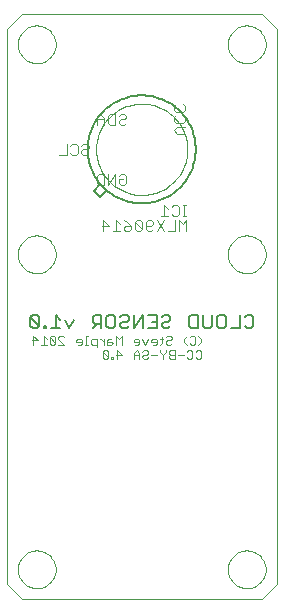
<source format=gbo>
G75*
G70*
%OFA0B0*%
%FSLAX24Y24*%
%IPPOS*%
%LPD*%
%AMOC8*
5,1,8,0,0,1.08239X$1,22.5*
%
%ADD10C,0.0000*%
%ADD11C,0.0030*%
%ADD12C,0.0060*%
%ADD13C,0.0040*%
%ADD14C,0.0020*%
D10*
X001675Y001175D02*
X001175Y001675D01*
X001175Y020175D01*
X001675Y020675D01*
X009675Y020675D01*
X010175Y020175D01*
X010175Y001675D01*
X009675Y001175D01*
X001675Y001175D01*
X001545Y002175D02*
X001547Y002225D01*
X001553Y002275D01*
X001563Y002324D01*
X001577Y002372D01*
X001594Y002419D01*
X001615Y002464D01*
X001640Y002508D01*
X001668Y002549D01*
X001700Y002588D01*
X001734Y002625D01*
X001771Y002659D01*
X001811Y002689D01*
X001853Y002716D01*
X001897Y002740D01*
X001943Y002761D01*
X001990Y002777D01*
X002038Y002790D01*
X002088Y002799D01*
X002137Y002804D01*
X002188Y002805D01*
X002238Y002802D01*
X002287Y002795D01*
X002336Y002784D01*
X002384Y002769D01*
X002430Y002751D01*
X002475Y002729D01*
X002518Y002703D01*
X002559Y002674D01*
X002598Y002642D01*
X002634Y002607D01*
X002666Y002569D01*
X002696Y002529D01*
X002723Y002486D01*
X002746Y002442D01*
X002765Y002396D01*
X002781Y002348D01*
X002793Y002299D01*
X002801Y002250D01*
X002805Y002200D01*
X002805Y002150D01*
X002801Y002100D01*
X002793Y002051D01*
X002781Y002002D01*
X002765Y001954D01*
X002746Y001908D01*
X002723Y001864D01*
X002696Y001821D01*
X002666Y001781D01*
X002634Y001743D01*
X002598Y001708D01*
X002559Y001676D01*
X002518Y001647D01*
X002475Y001621D01*
X002430Y001599D01*
X002384Y001581D01*
X002336Y001566D01*
X002287Y001555D01*
X002238Y001548D01*
X002188Y001545D01*
X002137Y001546D01*
X002088Y001551D01*
X002038Y001560D01*
X001990Y001573D01*
X001943Y001589D01*
X001897Y001610D01*
X001853Y001634D01*
X001811Y001661D01*
X001771Y001691D01*
X001734Y001725D01*
X001700Y001762D01*
X001668Y001801D01*
X001640Y001842D01*
X001615Y001886D01*
X001594Y001931D01*
X001577Y001978D01*
X001563Y002026D01*
X001553Y002075D01*
X001547Y002125D01*
X001545Y002175D01*
X001545Y012675D02*
X001547Y012725D01*
X001553Y012775D01*
X001563Y012824D01*
X001577Y012872D01*
X001594Y012919D01*
X001615Y012964D01*
X001640Y013008D01*
X001668Y013049D01*
X001700Y013088D01*
X001734Y013125D01*
X001771Y013159D01*
X001811Y013189D01*
X001853Y013216D01*
X001897Y013240D01*
X001943Y013261D01*
X001990Y013277D01*
X002038Y013290D01*
X002088Y013299D01*
X002137Y013304D01*
X002188Y013305D01*
X002238Y013302D01*
X002287Y013295D01*
X002336Y013284D01*
X002384Y013269D01*
X002430Y013251D01*
X002475Y013229D01*
X002518Y013203D01*
X002559Y013174D01*
X002598Y013142D01*
X002634Y013107D01*
X002666Y013069D01*
X002696Y013029D01*
X002723Y012986D01*
X002746Y012942D01*
X002765Y012896D01*
X002781Y012848D01*
X002793Y012799D01*
X002801Y012750D01*
X002805Y012700D01*
X002805Y012650D01*
X002801Y012600D01*
X002793Y012551D01*
X002781Y012502D01*
X002765Y012454D01*
X002746Y012408D01*
X002723Y012364D01*
X002696Y012321D01*
X002666Y012281D01*
X002634Y012243D01*
X002598Y012208D01*
X002559Y012176D01*
X002518Y012147D01*
X002475Y012121D01*
X002430Y012099D01*
X002384Y012081D01*
X002336Y012066D01*
X002287Y012055D01*
X002238Y012048D01*
X002188Y012045D01*
X002137Y012046D01*
X002088Y012051D01*
X002038Y012060D01*
X001990Y012073D01*
X001943Y012089D01*
X001897Y012110D01*
X001853Y012134D01*
X001811Y012161D01*
X001771Y012191D01*
X001734Y012225D01*
X001700Y012262D01*
X001668Y012301D01*
X001640Y012342D01*
X001615Y012386D01*
X001594Y012431D01*
X001577Y012478D01*
X001563Y012526D01*
X001553Y012575D01*
X001547Y012625D01*
X001545Y012675D01*
X001545Y019675D02*
X001547Y019725D01*
X001553Y019775D01*
X001563Y019824D01*
X001577Y019872D01*
X001594Y019919D01*
X001615Y019964D01*
X001640Y020008D01*
X001668Y020049D01*
X001700Y020088D01*
X001734Y020125D01*
X001771Y020159D01*
X001811Y020189D01*
X001853Y020216D01*
X001897Y020240D01*
X001943Y020261D01*
X001990Y020277D01*
X002038Y020290D01*
X002088Y020299D01*
X002137Y020304D01*
X002188Y020305D01*
X002238Y020302D01*
X002287Y020295D01*
X002336Y020284D01*
X002384Y020269D01*
X002430Y020251D01*
X002475Y020229D01*
X002518Y020203D01*
X002559Y020174D01*
X002598Y020142D01*
X002634Y020107D01*
X002666Y020069D01*
X002696Y020029D01*
X002723Y019986D01*
X002746Y019942D01*
X002765Y019896D01*
X002781Y019848D01*
X002793Y019799D01*
X002801Y019750D01*
X002805Y019700D01*
X002805Y019650D01*
X002801Y019600D01*
X002793Y019551D01*
X002781Y019502D01*
X002765Y019454D01*
X002746Y019408D01*
X002723Y019364D01*
X002696Y019321D01*
X002666Y019281D01*
X002634Y019243D01*
X002598Y019208D01*
X002559Y019176D01*
X002518Y019147D01*
X002475Y019121D01*
X002430Y019099D01*
X002384Y019081D01*
X002336Y019066D01*
X002287Y019055D01*
X002238Y019048D01*
X002188Y019045D01*
X002137Y019046D01*
X002088Y019051D01*
X002038Y019060D01*
X001990Y019073D01*
X001943Y019089D01*
X001897Y019110D01*
X001853Y019134D01*
X001811Y019161D01*
X001771Y019191D01*
X001734Y019225D01*
X001700Y019262D01*
X001668Y019301D01*
X001640Y019342D01*
X001615Y019386D01*
X001594Y019431D01*
X001577Y019478D01*
X001563Y019526D01*
X001553Y019575D01*
X001547Y019625D01*
X001545Y019675D01*
X008545Y019675D02*
X008547Y019725D01*
X008553Y019775D01*
X008563Y019824D01*
X008577Y019872D01*
X008594Y019919D01*
X008615Y019964D01*
X008640Y020008D01*
X008668Y020049D01*
X008700Y020088D01*
X008734Y020125D01*
X008771Y020159D01*
X008811Y020189D01*
X008853Y020216D01*
X008897Y020240D01*
X008943Y020261D01*
X008990Y020277D01*
X009038Y020290D01*
X009088Y020299D01*
X009137Y020304D01*
X009188Y020305D01*
X009238Y020302D01*
X009287Y020295D01*
X009336Y020284D01*
X009384Y020269D01*
X009430Y020251D01*
X009475Y020229D01*
X009518Y020203D01*
X009559Y020174D01*
X009598Y020142D01*
X009634Y020107D01*
X009666Y020069D01*
X009696Y020029D01*
X009723Y019986D01*
X009746Y019942D01*
X009765Y019896D01*
X009781Y019848D01*
X009793Y019799D01*
X009801Y019750D01*
X009805Y019700D01*
X009805Y019650D01*
X009801Y019600D01*
X009793Y019551D01*
X009781Y019502D01*
X009765Y019454D01*
X009746Y019408D01*
X009723Y019364D01*
X009696Y019321D01*
X009666Y019281D01*
X009634Y019243D01*
X009598Y019208D01*
X009559Y019176D01*
X009518Y019147D01*
X009475Y019121D01*
X009430Y019099D01*
X009384Y019081D01*
X009336Y019066D01*
X009287Y019055D01*
X009238Y019048D01*
X009188Y019045D01*
X009137Y019046D01*
X009088Y019051D01*
X009038Y019060D01*
X008990Y019073D01*
X008943Y019089D01*
X008897Y019110D01*
X008853Y019134D01*
X008811Y019161D01*
X008771Y019191D01*
X008734Y019225D01*
X008700Y019262D01*
X008668Y019301D01*
X008640Y019342D01*
X008615Y019386D01*
X008594Y019431D01*
X008577Y019478D01*
X008563Y019526D01*
X008553Y019575D01*
X008547Y019625D01*
X008545Y019675D01*
X008545Y012675D02*
X008547Y012725D01*
X008553Y012775D01*
X008563Y012824D01*
X008577Y012872D01*
X008594Y012919D01*
X008615Y012964D01*
X008640Y013008D01*
X008668Y013049D01*
X008700Y013088D01*
X008734Y013125D01*
X008771Y013159D01*
X008811Y013189D01*
X008853Y013216D01*
X008897Y013240D01*
X008943Y013261D01*
X008990Y013277D01*
X009038Y013290D01*
X009088Y013299D01*
X009137Y013304D01*
X009188Y013305D01*
X009238Y013302D01*
X009287Y013295D01*
X009336Y013284D01*
X009384Y013269D01*
X009430Y013251D01*
X009475Y013229D01*
X009518Y013203D01*
X009559Y013174D01*
X009598Y013142D01*
X009634Y013107D01*
X009666Y013069D01*
X009696Y013029D01*
X009723Y012986D01*
X009746Y012942D01*
X009765Y012896D01*
X009781Y012848D01*
X009793Y012799D01*
X009801Y012750D01*
X009805Y012700D01*
X009805Y012650D01*
X009801Y012600D01*
X009793Y012551D01*
X009781Y012502D01*
X009765Y012454D01*
X009746Y012408D01*
X009723Y012364D01*
X009696Y012321D01*
X009666Y012281D01*
X009634Y012243D01*
X009598Y012208D01*
X009559Y012176D01*
X009518Y012147D01*
X009475Y012121D01*
X009430Y012099D01*
X009384Y012081D01*
X009336Y012066D01*
X009287Y012055D01*
X009238Y012048D01*
X009188Y012045D01*
X009137Y012046D01*
X009088Y012051D01*
X009038Y012060D01*
X008990Y012073D01*
X008943Y012089D01*
X008897Y012110D01*
X008853Y012134D01*
X008811Y012161D01*
X008771Y012191D01*
X008734Y012225D01*
X008700Y012262D01*
X008668Y012301D01*
X008640Y012342D01*
X008615Y012386D01*
X008594Y012431D01*
X008577Y012478D01*
X008563Y012526D01*
X008553Y012575D01*
X008547Y012625D01*
X008545Y012675D01*
X008545Y002175D02*
X008547Y002225D01*
X008553Y002275D01*
X008563Y002324D01*
X008577Y002372D01*
X008594Y002419D01*
X008615Y002464D01*
X008640Y002508D01*
X008668Y002549D01*
X008700Y002588D01*
X008734Y002625D01*
X008771Y002659D01*
X008811Y002689D01*
X008853Y002716D01*
X008897Y002740D01*
X008943Y002761D01*
X008990Y002777D01*
X009038Y002790D01*
X009088Y002799D01*
X009137Y002804D01*
X009188Y002805D01*
X009238Y002802D01*
X009287Y002795D01*
X009336Y002784D01*
X009384Y002769D01*
X009430Y002751D01*
X009475Y002729D01*
X009518Y002703D01*
X009559Y002674D01*
X009598Y002642D01*
X009634Y002607D01*
X009666Y002569D01*
X009696Y002529D01*
X009723Y002486D01*
X009746Y002442D01*
X009765Y002396D01*
X009781Y002348D01*
X009793Y002299D01*
X009801Y002250D01*
X009805Y002200D01*
X009805Y002150D01*
X009801Y002100D01*
X009793Y002051D01*
X009781Y002002D01*
X009765Y001954D01*
X009746Y001908D01*
X009723Y001864D01*
X009696Y001821D01*
X009666Y001781D01*
X009634Y001743D01*
X009598Y001708D01*
X009559Y001676D01*
X009518Y001647D01*
X009475Y001621D01*
X009430Y001599D01*
X009384Y001581D01*
X009336Y001566D01*
X009287Y001555D01*
X009238Y001548D01*
X009188Y001545D01*
X009137Y001546D01*
X009088Y001551D01*
X009038Y001560D01*
X008990Y001573D01*
X008943Y001589D01*
X008897Y001610D01*
X008853Y001634D01*
X008811Y001661D01*
X008771Y001691D01*
X008734Y001725D01*
X008700Y001762D01*
X008668Y001801D01*
X008640Y001842D01*
X008615Y001886D01*
X008594Y001931D01*
X008577Y001978D01*
X008563Y002026D01*
X008553Y002075D01*
X008547Y002125D01*
X008545Y002175D01*
D11*
X007612Y009190D02*
X007515Y009190D01*
X007467Y009238D01*
X007365Y009238D02*
X007365Y009432D01*
X007317Y009480D01*
X007220Y009480D01*
X007172Y009432D01*
X007071Y009335D02*
X006877Y009335D01*
X006776Y009335D02*
X006631Y009335D01*
X006583Y009287D01*
X006583Y009238D01*
X006631Y009190D01*
X006776Y009190D01*
X006776Y009480D01*
X006631Y009480D01*
X006583Y009432D01*
X006583Y009383D01*
X006631Y009335D01*
X006481Y009432D02*
X006385Y009335D01*
X006385Y009190D01*
X006385Y009335D02*
X006288Y009432D01*
X006288Y009480D01*
X006187Y009335D02*
X005993Y009335D01*
X005892Y009383D02*
X005892Y009432D01*
X005844Y009480D01*
X005747Y009480D01*
X005699Y009432D01*
X005747Y009335D02*
X005699Y009287D01*
X005699Y009238D01*
X005747Y009190D01*
X005844Y009190D01*
X005892Y009238D01*
X005844Y009335D02*
X005747Y009335D01*
X005844Y009335D02*
X005892Y009383D01*
X005597Y009383D02*
X005501Y009480D01*
X005404Y009383D01*
X005404Y009190D01*
X005404Y009335D02*
X005597Y009335D01*
X005597Y009383D02*
X005597Y009190D01*
X005549Y009670D02*
X005597Y009718D01*
X005597Y009815D01*
X005549Y009863D01*
X005452Y009863D01*
X005404Y009815D01*
X005404Y009767D01*
X005597Y009767D01*
X005549Y009670D02*
X005452Y009670D01*
X005699Y009863D02*
X005795Y009670D01*
X005892Y009863D01*
X005993Y009815D02*
X005993Y009767D01*
X006187Y009767D01*
X006187Y009815D02*
X006138Y009863D01*
X006042Y009863D01*
X005993Y009815D01*
X006042Y009670D02*
X006138Y009670D01*
X006187Y009718D01*
X006187Y009815D01*
X006286Y009863D02*
X006383Y009863D01*
X006335Y009912D02*
X006335Y009718D01*
X006286Y009670D01*
X006484Y009718D02*
X006533Y009670D01*
X006629Y009670D01*
X006678Y009718D01*
X006629Y009815D02*
X006533Y009815D01*
X006484Y009767D01*
X006484Y009718D01*
X006629Y009815D02*
X006678Y009863D01*
X006678Y009912D01*
X006629Y009960D01*
X006533Y009960D01*
X006484Y009912D01*
X006481Y009480D02*
X006481Y009432D01*
X007072Y009767D02*
X007072Y009863D01*
X007169Y009960D01*
X007270Y009912D02*
X007318Y009960D01*
X007415Y009960D01*
X007464Y009912D01*
X007464Y009718D01*
X007415Y009670D01*
X007318Y009670D01*
X007270Y009718D01*
X007169Y009670D02*
X007072Y009767D01*
X007172Y009238D02*
X007220Y009190D01*
X007317Y009190D01*
X007365Y009238D01*
X007467Y009432D02*
X007515Y009480D01*
X007612Y009480D01*
X007660Y009432D01*
X007660Y009238D01*
X007612Y009190D01*
X007563Y009670D02*
X007660Y009767D01*
X007660Y009863D01*
X007563Y009960D01*
X005008Y009960D02*
X005008Y009670D01*
X004911Y009863D02*
X004815Y009960D01*
X004815Y009670D01*
X004713Y009718D02*
X004665Y009767D01*
X004520Y009767D01*
X004520Y009815D02*
X004520Y009670D01*
X004665Y009670D01*
X004713Y009718D01*
X004665Y009863D02*
X004568Y009863D01*
X004520Y009815D01*
X004419Y009767D02*
X004322Y009863D01*
X004274Y009863D01*
X004173Y009863D02*
X004028Y009863D01*
X003980Y009815D01*
X003980Y009718D01*
X004028Y009670D01*
X004173Y009670D01*
X004173Y009573D02*
X004173Y009863D01*
X004419Y009863D02*
X004419Y009670D01*
X004421Y009480D02*
X004373Y009432D01*
X004566Y009238D01*
X004518Y009190D01*
X004421Y009190D01*
X004373Y009238D01*
X004373Y009432D01*
X004421Y009480D02*
X004518Y009480D01*
X004566Y009432D01*
X004566Y009238D01*
X004665Y009238D02*
X004665Y009190D01*
X004713Y009190D01*
X004713Y009238D01*
X004665Y009238D01*
X004815Y009335D02*
X005008Y009335D01*
X004863Y009480D01*
X004863Y009190D01*
X004911Y009863D02*
X005008Y009960D01*
X003879Y009960D02*
X003830Y009960D01*
X003830Y009670D01*
X003782Y009670D02*
X003879Y009670D01*
X003682Y009718D02*
X003682Y009815D01*
X003634Y009863D01*
X003537Y009863D01*
X003489Y009815D01*
X003489Y009767D01*
X003682Y009767D01*
X003682Y009718D02*
X003634Y009670D01*
X003537Y009670D01*
X003093Y009670D02*
X002899Y009863D01*
X002899Y009912D01*
X002948Y009960D01*
X003045Y009960D01*
X003093Y009912D01*
X003093Y009670D02*
X002899Y009670D01*
X002798Y009718D02*
X002798Y009912D01*
X002750Y009960D01*
X002653Y009960D01*
X002605Y009912D01*
X002798Y009718D01*
X002750Y009670D01*
X002653Y009670D01*
X002605Y009718D01*
X002605Y009912D01*
X002504Y009863D02*
X002407Y009960D01*
X002407Y009670D01*
X002504Y009670D02*
X002310Y009670D01*
X002209Y009815D02*
X002015Y009815D01*
X002064Y009670D02*
X002064Y009960D01*
X002209Y009815D01*
D12*
X002186Y010205D02*
X002039Y010205D01*
X001965Y010278D01*
X001965Y010572D01*
X002259Y010278D01*
X002186Y010205D01*
X002259Y010278D02*
X002259Y010572D01*
X002186Y010645D01*
X002039Y010645D01*
X001965Y010572D01*
X002416Y010278D02*
X002416Y010205D01*
X002489Y010205D01*
X002489Y010278D01*
X002416Y010278D01*
X002656Y010205D02*
X002950Y010205D01*
X002803Y010205D02*
X002803Y010645D01*
X002950Y010499D01*
X003116Y010499D02*
X003263Y010205D01*
X003410Y010499D01*
X004037Y010572D02*
X004037Y010425D01*
X004110Y010352D01*
X004331Y010352D01*
X004331Y010205D02*
X004331Y010645D01*
X004110Y010645D01*
X004037Y010572D01*
X004184Y010352D02*
X004037Y010205D01*
X004497Y010278D02*
X004497Y010572D01*
X004571Y010645D01*
X004718Y010645D01*
X004791Y010572D01*
X004791Y010278D01*
X004718Y010205D01*
X004571Y010205D01*
X004497Y010278D01*
X004958Y010278D02*
X005031Y010205D01*
X005178Y010205D01*
X005251Y010278D01*
X005178Y010425D02*
X005251Y010499D01*
X005251Y010572D01*
X005178Y010645D01*
X005031Y010645D01*
X004958Y010572D01*
X005031Y010425D02*
X004958Y010352D01*
X004958Y010278D01*
X005031Y010425D02*
X005178Y010425D01*
X005418Y010205D02*
X005418Y010645D01*
X005712Y010645D02*
X005418Y010205D01*
X005712Y010205D02*
X005712Y010645D01*
X005879Y010645D02*
X006172Y010645D01*
X006172Y010205D01*
X005879Y010205D01*
X006025Y010425D02*
X006172Y010425D01*
X006339Y010352D02*
X006339Y010278D01*
X006412Y010205D01*
X006559Y010205D01*
X006633Y010278D01*
X006559Y010425D02*
X006633Y010499D01*
X006633Y010572D01*
X006559Y010645D01*
X006412Y010645D01*
X006339Y010572D01*
X006412Y010425D02*
X006339Y010352D01*
X006412Y010425D02*
X006559Y010425D01*
X007260Y010278D02*
X007260Y010572D01*
X007333Y010645D01*
X007553Y010645D01*
X007553Y010205D01*
X007333Y010205D01*
X007260Y010278D01*
X007720Y010278D02*
X007794Y010205D01*
X007940Y010205D01*
X008014Y010278D01*
X008014Y010645D01*
X008181Y010572D02*
X008181Y010278D01*
X008254Y010205D01*
X008401Y010205D01*
X008474Y010278D01*
X008474Y010572D01*
X008401Y010645D01*
X008254Y010645D01*
X008181Y010572D01*
X007720Y010645D02*
X007720Y010278D01*
X008641Y010205D02*
X008935Y010205D01*
X008935Y010645D01*
X009101Y010572D02*
X009175Y010645D01*
X009322Y010645D01*
X009395Y010572D01*
X009395Y010278D01*
X009322Y010205D01*
X009175Y010205D01*
X009101Y010278D01*
X003875Y016175D02*
X003877Y016263D01*
X003884Y016351D01*
X003894Y016439D01*
X003910Y016526D01*
X003929Y016612D01*
X003953Y016698D01*
X003980Y016781D01*
X004012Y016864D01*
X004048Y016945D01*
X004088Y017024D01*
X004131Y017100D01*
X004178Y017175D01*
X004229Y017247D01*
X004284Y017317D01*
X004341Y017384D01*
X004402Y017448D01*
X004466Y017509D01*
X004533Y017566D01*
X004603Y017621D01*
X004675Y017672D01*
X004750Y017719D01*
X004826Y017762D01*
X004905Y017802D01*
X004986Y017838D01*
X005069Y017870D01*
X005152Y017897D01*
X005238Y017921D01*
X005324Y017940D01*
X005411Y017956D01*
X005499Y017966D01*
X005587Y017973D01*
X005675Y017975D01*
X005763Y017973D01*
X005851Y017966D01*
X005939Y017956D01*
X006026Y017940D01*
X006112Y017921D01*
X006198Y017897D01*
X006281Y017870D01*
X006364Y017838D01*
X006445Y017802D01*
X006524Y017762D01*
X006600Y017719D01*
X006675Y017672D01*
X006747Y017621D01*
X006817Y017566D01*
X006884Y017509D01*
X006948Y017448D01*
X007009Y017384D01*
X007066Y017317D01*
X007121Y017247D01*
X007172Y017175D01*
X007219Y017100D01*
X007262Y017024D01*
X007302Y016945D01*
X007338Y016864D01*
X007370Y016781D01*
X007397Y016698D01*
X007421Y016612D01*
X007440Y016526D01*
X007456Y016439D01*
X007466Y016351D01*
X007473Y016263D01*
X007475Y016175D01*
X007473Y016087D01*
X007466Y015999D01*
X007456Y015911D01*
X007440Y015824D01*
X007421Y015738D01*
X007397Y015652D01*
X007370Y015569D01*
X007338Y015486D01*
X007302Y015405D01*
X007262Y015326D01*
X007219Y015250D01*
X007172Y015175D01*
X007121Y015103D01*
X007066Y015033D01*
X007009Y014966D01*
X006948Y014902D01*
X006884Y014841D01*
X006817Y014784D01*
X006747Y014729D01*
X006675Y014678D01*
X006600Y014631D01*
X006524Y014588D01*
X006445Y014548D01*
X006364Y014512D01*
X006281Y014480D01*
X006198Y014453D01*
X006112Y014429D01*
X006026Y014410D01*
X005939Y014394D01*
X005851Y014384D01*
X005763Y014377D01*
X005675Y014375D01*
X005587Y014377D01*
X005499Y014384D01*
X005411Y014394D01*
X005324Y014410D01*
X005238Y014429D01*
X005152Y014453D01*
X005069Y014480D01*
X004986Y014512D01*
X004905Y014548D01*
X004826Y014588D01*
X004750Y014631D01*
X004675Y014678D01*
X004603Y014729D01*
X004533Y014784D01*
X004466Y014841D01*
X004402Y014902D01*
X004341Y014966D01*
X004284Y015033D01*
X004229Y015103D01*
X004178Y015175D01*
X004131Y015250D01*
X004088Y015326D01*
X004048Y015405D01*
X004012Y015486D01*
X003980Y015569D01*
X003953Y015652D01*
X003929Y015738D01*
X003910Y015824D01*
X003894Y015911D01*
X003884Y015999D01*
X003877Y016087D01*
X003875Y016175D01*
X004285Y015005D02*
X004075Y014795D01*
X004285Y014585D01*
X004495Y014795D01*
D13*
X004546Y014995D02*
X004546Y015355D01*
X004418Y015355D02*
X004418Y014995D01*
X004238Y014995D01*
X004178Y015055D01*
X004178Y015295D01*
X004238Y015355D01*
X004418Y015355D01*
X004787Y015355D02*
X004546Y014995D01*
X004787Y014995D02*
X004787Y015355D01*
X004915Y015295D02*
X004975Y015355D01*
X005095Y015355D01*
X005155Y015295D01*
X005155Y015055D01*
X005095Y014995D01*
X004975Y014995D01*
X004915Y015055D01*
X004915Y015175D01*
X005035Y015175D01*
X005073Y013805D02*
X005193Y013745D01*
X005313Y013625D01*
X005133Y013625D01*
X005073Y013565D01*
X005073Y013505D01*
X005133Y013445D01*
X005253Y013445D01*
X005313Y013505D01*
X005313Y013625D01*
X005442Y013505D02*
X005502Y013445D01*
X005622Y013445D01*
X005682Y013505D01*
X005442Y013745D01*
X005442Y013505D01*
X005442Y013745D02*
X005502Y013805D01*
X005622Y013805D01*
X005682Y013745D01*
X005682Y013505D01*
X005810Y013505D02*
X005810Y013745D01*
X005870Y013805D01*
X005990Y013805D01*
X006050Y013745D01*
X006050Y013685D01*
X005990Y013625D01*
X005810Y013625D01*
X005810Y013505D02*
X005870Y013445D01*
X005990Y013445D01*
X006050Y013505D01*
X006178Y013445D02*
X006418Y013805D01*
X006421Y013945D02*
X006421Y014305D01*
X006541Y014185D01*
X006669Y014245D02*
X006729Y014305D01*
X006849Y014305D01*
X006909Y014245D01*
X006909Y014005D01*
X006849Y013945D01*
X006729Y013945D01*
X006669Y014005D01*
X006541Y013945D02*
X006301Y013945D01*
X006178Y013805D02*
X006418Y013445D01*
X006546Y013445D02*
X006787Y013445D01*
X006787Y013805D01*
X006915Y013805D02*
X006915Y013445D01*
X007035Y013685D02*
X006915Y013805D01*
X007035Y013685D02*
X007155Y013805D01*
X007155Y013445D01*
X007155Y013945D02*
X007035Y013945D01*
X007095Y013945D02*
X007095Y014305D01*
X007155Y014305D02*
X007035Y014305D01*
X007105Y016695D02*
X006865Y016695D01*
X006745Y016815D01*
X006865Y016935D01*
X007105Y016935D01*
X007045Y017063D02*
X006805Y017063D01*
X006745Y017123D01*
X006745Y017243D01*
X006805Y017304D01*
X006805Y017432D02*
X006745Y017492D01*
X006745Y017612D01*
X006805Y017672D01*
X006805Y017432D02*
X007045Y017432D01*
X007105Y017492D01*
X007105Y017612D01*
X007045Y017672D01*
X007045Y017304D02*
X007105Y017243D01*
X007105Y017123D01*
X007045Y017063D01*
X005155Y017055D02*
X005095Y016995D01*
X004975Y016995D01*
X004915Y017055D01*
X004915Y017115D01*
X004975Y017175D01*
X005095Y017175D01*
X005155Y017235D01*
X005155Y017295D01*
X005095Y017355D01*
X004975Y017355D01*
X004915Y017295D01*
X004787Y017355D02*
X004607Y017355D01*
X004546Y017295D01*
X004546Y017055D01*
X004607Y016995D01*
X004787Y016995D01*
X004787Y017355D01*
X004418Y017235D02*
X004418Y016995D01*
X004418Y017175D02*
X004178Y017175D01*
X004178Y017235D02*
X004178Y016995D01*
X004178Y017235D02*
X004298Y017355D01*
X004418Y017235D01*
X003845Y016355D02*
X003905Y016295D01*
X003905Y016235D01*
X003845Y016175D01*
X003725Y016175D01*
X003665Y016115D01*
X003665Y016055D01*
X003725Y015995D01*
X003845Y015995D01*
X003905Y016055D01*
X003845Y016355D02*
X003725Y016355D01*
X003665Y016295D01*
X003537Y016295D02*
X003537Y016055D01*
X003477Y015995D01*
X003357Y015995D01*
X003296Y016055D01*
X003296Y016295D02*
X003357Y016355D01*
X003477Y016355D01*
X003537Y016295D01*
X003168Y016355D02*
X003168Y015995D01*
X002928Y015995D01*
X004397Y013805D02*
X004397Y013445D01*
X004337Y013625D02*
X004577Y013625D01*
X004397Y013805D01*
X004705Y013445D02*
X004945Y013445D01*
X004825Y013445D02*
X004825Y013805D01*
X004945Y013685D01*
D14*
X004155Y016175D02*
X004157Y016253D01*
X004163Y016330D01*
X004173Y016407D01*
X004187Y016483D01*
X004204Y016559D01*
X004226Y016634D01*
X004251Y016707D01*
X004280Y016779D01*
X004313Y016849D01*
X004349Y016918D01*
X004389Y016985D01*
X004432Y017049D01*
X004478Y017112D01*
X004527Y017172D01*
X004580Y017229D01*
X004635Y017284D01*
X004693Y017335D01*
X004754Y017384D01*
X004816Y017429D01*
X004882Y017472D01*
X004949Y017510D01*
X005018Y017546D01*
X005089Y017577D01*
X005161Y017606D01*
X005235Y017630D01*
X005310Y017650D01*
X005386Y017667D01*
X005462Y017680D01*
X005539Y017689D01*
X005617Y017694D01*
X005694Y017695D01*
X005772Y017692D01*
X005849Y017685D01*
X005926Y017674D01*
X006002Y017659D01*
X006078Y017641D01*
X006152Y017618D01*
X006225Y017592D01*
X006297Y017562D01*
X006367Y017528D01*
X006435Y017491D01*
X006501Y017451D01*
X006565Y017407D01*
X006627Y017360D01*
X006686Y017310D01*
X006743Y017257D01*
X006797Y017201D01*
X006848Y017142D01*
X006896Y017081D01*
X006940Y017017D01*
X006982Y016952D01*
X007020Y016884D01*
X007054Y016814D01*
X007085Y016743D01*
X007112Y016670D01*
X007135Y016596D01*
X007155Y016521D01*
X007171Y016445D01*
X007183Y016369D01*
X007191Y016291D01*
X007195Y016214D01*
X007195Y016136D01*
X007191Y016059D01*
X007183Y015981D01*
X007171Y015905D01*
X007155Y015829D01*
X007135Y015754D01*
X007112Y015680D01*
X007085Y015607D01*
X007054Y015536D01*
X007020Y015466D01*
X006982Y015398D01*
X006940Y015333D01*
X006896Y015269D01*
X006848Y015208D01*
X006797Y015149D01*
X006743Y015093D01*
X006686Y015040D01*
X006627Y014990D01*
X006565Y014943D01*
X006501Y014899D01*
X006435Y014859D01*
X006367Y014822D01*
X006297Y014788D01*
X006225Y014758D01*
X006152Y014732D01*
X006078Y014709D01*
X006002Y014691D01*
X005926Y014676D01*
X005849Y014665D01*
X005772Y014658D01*
X005694Y014655D01*
X005617Y014656D01*
X005539Y014661D01*
X005462Y014670D01*
X005386Y014683D01*
X005310Y014700D01*
X005235Y014720D01*
X005161Y014744D01*
X005089Y014773D01*
X005018Y014804D01*
X004949Y014840D01*
X004882Y014878D01*
X004816Y014921D01*
X004754Y014966D01*
X004693Y015015D01*
X004635Y015066D01*
X004580Y015121D01*
X004527Y015178D01*
X004478Y015238D01*
X004432Y015301D01*
X004389Y015365D01*
X004349Y015432D01*
X004313Y015501D01*
X004280Y015571D01*
X004251Y015643D01*
X004226Y015716D01*
X004204Y015791D01*
X004187Y015867D01*
X004173Y015943D01*
X004163Y016020D01*
X004157Y016097D01*
X004155Y016175D01*
M02*

</source>
